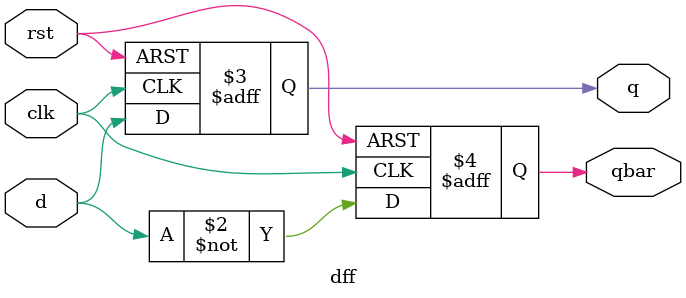
<source format=v>
module dff (
    input d, clk, rst, output reg q, qbar
);
    always@(posedge clk or posedge rst) begin
        if(rst)
        {q, qbar} <= {1'b0, 1'b1};
        else
        {q, qbar} <= {d, ~d};
    end
endmodule
</source>
